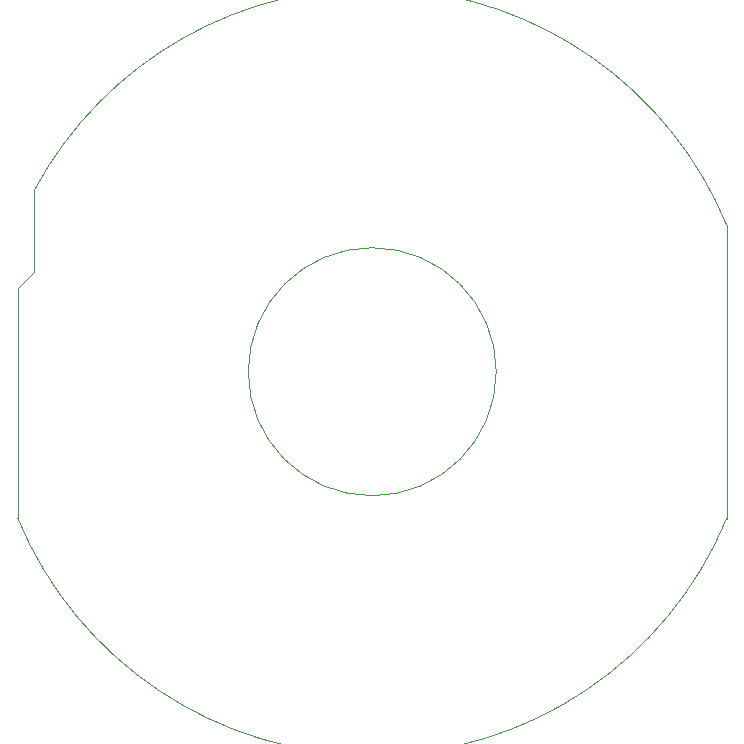
<source format=gko>
G04 Layer_Color=16761521*
%FSAX24Y24*%
%MOIN*%
G70*
G01*
G75*
%ADD245C,0.0010*%
D245*
X041340Y034420D02*
G03*
X018258Y035567I-011813J-004893D01*
G01*
X017715Y024635D02*
G03*
X041339Y024631I011813J004893D01*
G01*
X033661Y029528D02*
G03*
X033661Y029528I-004134J000000D01*
G01*
X041339Y024631D02*
Y034424D01*
X017717Y024631D02*
Y032327D01*
X018258Y032868D02*
Y035567D01*
X017717Y032327D02*
X018258Y032868D01*
M02*

</source>
